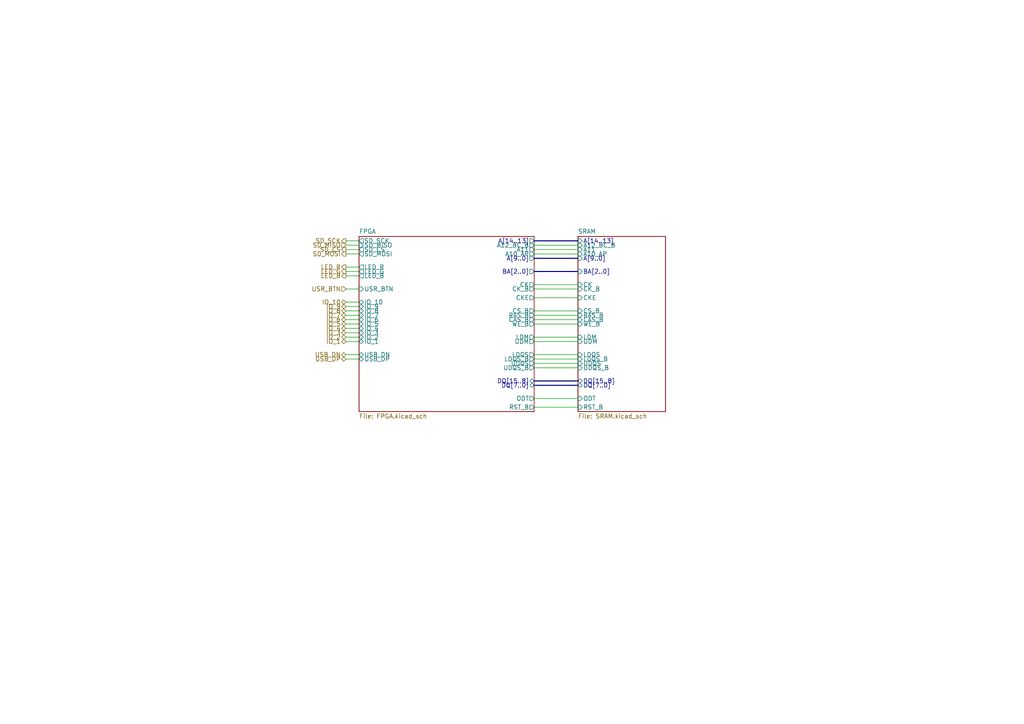
<source format=kicad_sch>
(kicad_sch
	(version 20250114)
	(generator "eeschema")
	(generator_version "9.0")
	(uuid "4352297a-e32b-4d0d-aeec-02d3edae7d1a")
	(paper "A4")
	(lib_symbols)
	(wire
		(pts
			(xy 154.94 83.82) (xy 167.64 83.82)
		)
		(stroke
			(width 0)
			(type default)
		)
		(uuid "03356519-9c03-426f-8de5-7bcdf640c3b2")
	)
	(wire
		(pts
			(xy 154.94 105.41) (xy 167.64 105.41)
		)
		(stroke
			(width 0)
			(type default)
		)
		(uuid "0a525378-ac94-4f66-a9e4-a36ce3c9af12")
	)
	(wire
		(pts
			(xy 154.94 97.79) (xy 167.64 97.79)
		)
		(stroke
			(width 0)
			(type default)
		)
		(uuid "1ccbd36f-0413-4e54-b32e-7c54257bf17d")
	)
	(wire
		(pts
			(xy 154.94 115.57) (xy 167.64 115.57)
		)
		(stroke
			(width 0)
			(type default)
		)
		(uuid "1cf12289-ee77-4be8-97c3-b73d2a88a46c")
	)
	(wire
		(pts
			(xy 100.33 80.01) (xy 104.14 80.01)
		)
		(stroke
			(width 0)
			(type default)
		)
		(uuid "251fb74a-e0c5-44e9-96a2-fd13ec306d69")
	)
	(wire
		(pts
			(xy 100.33 69.85) (xy 104.14 69.85)
		)
		(stroke
			(width 0)
			(type default)
		)
		(uuid "2736f26c-2d82-45a2-b46c-e66cd0d0e9c5")
	)
	(wire
		(pts
			(xy 154.94 72.39) (xy 167.64 72.39)
		)
		(stroke
			(width 0)
			(type default)
		)
		(uuid "401aae58-7b01-46f7-829a-ad1c1e819df7")
	)
	(wire
		(pts
			(xy 154.94 99.06) (xy 167.64 99.06)
		)
		(stroke
			(width 0)
			(type default)
		)
		(uuid "40e0d9f6-d23f-40e7-872a-f7103d90f807")
	)
	(wire
		(pts
			(xy 100.33 77.47) (xy 104.14 77.47)
		)
		(stroke
			(width 0)
			(type default)
		)
		(uuid "42bff415-6629-4914-81bb-a6e4651cedd8")
	)
	(wire
		(pts
			(xy 154.94 102.87) (xy 167.64 102.87)
		)
		(stroke
			(width 0)
			(type default)
		)
		(uuid "43978998-98f2-41e8-849f-b338fe24d148")
	)
	(wire
		(pts
			(xy 100.33 88.9) (xy 104.14 88.9)
		)
		(stroke
			(width 0)
			(type default)
		)
		(uuid "49c99f07-894e-49b0-ac90-06e0e867430e")
	)
	(wire
		(pts
			(xy 100.33 73.66) (xy 104.14 73.66)
		)
		(stroke
			(width 0)
			(type default)
		)
		(uuid "4b6b1b12-66b9-4fa6-b433-708fc90777c5")
	)
	(wire
		(pts
			(xy 154.94 86.36) (xy 167.64 86.36)
		)
		(stroke
			(width 0)
			(type default)
		)
		(uuid "53977053-512b-47f1-96fd-e7b582ac47df")
	)
	(wire
		(pts
			(xy 154.94 104.14) (xy 167.64 104.14)
		)
		(stroke
			(width 0)
			(type default)
		)
		(uuid "54935d9c-aa79-45fb-9812-ce8e04f44e14")
	)
	(bus
		(pts
			(xy 154.94 78.74) (xy 167.64 78.74)
		)
		(stroke
			(width 0)
			(type default)
		)
		(uuid "56342d4a-d75c-496d-adaf-477117a5f3c1")
	)
	(bus
		(pts
			(xy 154.94 110.49) (xy 167.64 110.49)
		)
		(stroke
			(width 0)
			(type default)
		)
		(uuid "5bc84b6d-4500-43bc-9576-3e02d4974b49")
	)
	(bus
		(pts
			(xy 154.94 111.76) (xy 167.64 111.76)
		)
		(stroke
			(width 0)
			(type default)
		)
		(uuid "5bff621d-7b9c-4b7d-b303-cb365e00a4a2")
	)
	(wire
		(pts
			(xy 100.33 93.98) (xy 104.14 93.98)
		)
		(stroke
			(width 0)
			(type default)
		)
		(uuid "62d2fb88-ad21-4f9a-968a-8d1e4c99ab0a")
	)
	(bus
		(pts
			(xy 154.94 74.93) (xy 167.64 74.93)
		)
		(stroke
			(width 0)
			(type default)
		)
		(uuid "6d1c0c21-041f-4181-b891-2a5fd92af489")
	)
	(wire
		(pts
			(xy 100.33 104.14) (xy 104.14 104.14)
		)
		(stroke
			(width 0)
			(type default)
		)
		(uuid "71de44a7-2381-44cc-9970-609a311b6e96")
	)
	(wire
		(pts
			(xy 100.33 97.79) (xy 104.14 97.79)
		)
		(stroke
			(width 0)
			(type default)
		)
		(uuid "7bd617c5-12a3-4287-a719-3e06603ec299")
	)
	(wire
		(pts
			(xy 154.94 91.44) (xy 167.64 91.44)
		)
		(stroke
			(width 0)
			(type default)
		)
		(uuid "7d7d5bc7-bba4-429f-92e5-f8927e49f8a9")
	)
	(wire
		(pts
			(xy 100.33 72.39) (xy 104.14 72.39)
		)
		(stroke
			(width 0)
			(type default)
		)
		(uuid "815de933-9ac0-4545-a2bb-186d2a6ce02c")
	)
	(wire
		(pts
			(xy 100.33 96.52) (xy 104.14 96.52)
		)
		(stroke
			(width 0)
			(type default)
		)
		(uuid "8434f48a-0298-4e7e-a487-14cc51205bcf")
	)
	(bus
		(pts
			(xy 154.94 69.85) (xy 167.64 69.85)
		)
		(stroke
			(width 0)
			(type default)
		)
		(uuid "893d9193-aa3f-4e00-bc54-693905d67d2d")
	)
	(wire
		(pts
			(xy 100.33 99.06) (xy 104.14 99.06)
		)
		(stroke
			(width 0)
			(type default)
		)
		(uuid "90255be7-3b2b-45a6-9ae3-9e60651a33b0")
	)
	(wire
		(pts
			(xy 154.94 92.71) (xy 167.64 92.71)
		)
		(stroke
			(width 0)
			(type default)
		)
		(uuid "96e2a504-0bf9-4028-ac91-6c487c43742e")
	)
	(wire
		(pts
			(xy 154.94 71.12) (xy 167.64 71.12)
		)
		(stroke
			(width 0)
			(type default)
		)
		(uuid "9746496a-21b4-47b3-b6a4-e0dac4ba784c")
	)
	(wire
		(pts
			(xy 154.94 82.55) (xy 167.64 82.55)
		)
		(stroke
			(width 0)
			(type default)
		)
		(uuid "9e487865-51b2-49ee-b8ec-00ce001392db")
	)
	(wire
		(pts
			(xy 154.94 73.66) (xy 167.64 73.66)
		)
		(stroke
			(width 0)
			(type default)
		)
		(uuid "ae60edb1-56fe-477d-8e87-be9fdc656a91")
	)
	(wire
		(pts
			(xy 154.94 93.98) (xy 167.64 93.98)
		)
		(stroke
			(width 0)
			(type default)
		)
		(uuid "bf870070-888e-419b-b632-1e5ee060851c")
	)
	(wire
		(pts
			(xy 100.33 102.87) (xy 104.14 102.87)
		)
		(stroke
			(width 0)
			(type default)
		)
		(uuid "ce4f41a9-b339-4e61-be29-908bc5f26cbd")
	)
	(wire
		(pts
			(xy 100.33 78.74) (xy 104.14 78.74)
		)
		(stroke
			(width 0)
			(type default)
		)
		(uuid "cf811994-f002-488c-a6a9-f4f8b3b9a044")
	)
	(wire
		(pts
			(xy 154.94 106.68) (xy 167.64 106.68)
		)
		(stroke
			(width 0)
			(type default)
		)
		(uuid "d443cb97-c399-4885-b8b3-15430a1619db")
	)
	(wire
		(pts
			(xy 100.33 90.17) (xy 104.14 90.17)
		)
		(stroke
			(width 0)
			(type default)
		)
		(uuid "d6c612d8-1528-4a25-9b1f-662057436ecb")
	)
	(wire
		(pts
			(xy 154.94 90.17) (xy 167.64 90.17)
		)
		(stroke
			(width 0)
			(type default)
		)
		(uuid "dd75ce40-8e10-4c71-9d21-8ce45b01d194")
	)
	(wire
		(pts
			(xy 100.33 87.63) (xy 104.14 87.63)
		)
		(stroke
			(width 0)
			(type default)
		)
		(uuid "ea14c2fb-98b5-4aa6-a305-2321a34d4437")
	)
	(wire
		(pts
			(xy 100.33 83.82) (xy 104.14 83.82)
		)
		(stroke
			(width 0)
			(type default)
		)
		(uuid "eca7f51a-5715-4fc0-8375-526d6ef1b6fa")
	)
	(wire
		(pts
			(xy 100.33 92.71) (xy 104.14 92.71)
		)
		(stroke
			(width 0)
			(type default)
		)
		(uuid "f6b34aba-e7df-443b-8616-c139b10abeda")
	)
	(wire
		(pts
			(xy 100.33 95.25) (xy 104.14 95.25)
		)
		(stroke
			(width 0)
			(type default)
		)
		(uuid "f709cf60-c84d-4a73-a366-b0992e8a81ef")
	)
	(wire
		(pts
			(xy 100.33 91.44) (xy 104.14 91.44)
		)
		(stroke
			(width 0)
			(type default)
		)
		(uuid "faea3d2c-96d3-469a-8fdc-c6a1711307f0")
	)
	(wire
		(pts
			(xy 154.94 118.11) (xy 167.64 118.11)
		)
		(stroke
			(width 0)
			(type default)
		)
		(uuid "fcefc7d2-1fd9-4761-a801-cda75bb8491d")
	)
	(wire
		(pts
			(xy 100.33 71.12) (xy 104.14 71.12)
		)
		(stroke
			(width 0)
			(type default)
		)
		(uuid "fcf574a9-14b5-4963-aa0a-2d24a54400e2")
	)
	(hierarchical_label "LED_B"
		(shape output)
		(at 100.33 80.01 180)
		(effects
			(font
				(size 1.27 1.27)
			)
			(justify right)
		)
		(uuid "02ce3184-12d3-4c0b-8757-c8cb8f79ca79")
	)
	(hierarchical_label "USR_BTN"
		(shape input)
		(at 100.33 83.82 180)
		(effects
			(font
				(size 1.27 1.27)
			)
			(justify right)
		)
		(uuid "0c930c4f-3f1a-4798-be68-704437964705")
	)
	(hierarchical_label "IO_1"
		(shape bidirectional)
		(at 100.33 99.06 180)
		(effects
			(font
				(size 1.27 1.27)
			)
			(justify right)
		)
		(uuid "0eb907ae-80c0-432a-8fb2-99c15866b12a")
	)
	(hierarchical_label "SD_CS"
		(shape output)
		(at 100.33 72.39 180)
		(effects
			(font
				(size 1.27 1.27)
			)
			(justify right)
		)
		(uuid "1aa35ffe-e176-496b-90f9-9f01c22a73e2")
	)
	(hierarchical_label "IO_10"
		(shape bidirectional)
		(at 100.33 87.63 180)
		(effects
			(font
				(size 1.27 1.27)
			)
			(justify right)
		)
		(uuid "1c91f08f-0f24-4f9f-ac16-4641fd421961")
	)
	(hierarchical_label "IO_2"
		(shape bidirectional)
		(at 100.33 97.79 180)
		(effects
			(font
				(size 1.27 1.27)
			)
			(justify right)
		)
		(uuid "1eb830a6-5785-4e39-9707-0d862135c6f4")
	)
	(hierarchical_label "SD_MOSI"
		(shape output)
		(at 100.33 73.66 180)
		(effects
			(font
				(size 1.27 1.27)
			)
			(justify right)
		)
		(uuid "2014beb5-5765-4b3e-94d2-06b92ba60e2a")
	)
	(hierarchical_label "IO_7"
		(shape bidirectional)
		(at 100.33 91.44 180)
		(effects
			(font
				(size 1.27 1.27)
			)
			(justify right)
		)
		(uuid "2d6ab1c8-f357-4833-b5ba-578771101201")
	)
	(hierarchical_label "LED_R"
		(shape output)
		(at 100.33 77.47 180)
		(effects
			(font
				(size 1.27 1.27)
			)
			(justify right)
		)
		(uuid "40bb6364-e90f-4013-bedc-6a86bbd3ff27")
	)
	(hierarchical_label "SD_SCK"
		(shape output)
		(at 100.33 69.85 180)
		(effects
			(font
				(size 1.27 1.27)
			)
			(justify right)
		)
		(uuid "4b5b3e9a-03ee-4c09-91dc-78d160cc3664")
	)
	(hierarchical_label "IO_9"
		(shape bidirectional)
		(at 100.33 88.9 180)
		(effects
			(font
				(size 1.27 1.27)
			)
			(justify right)
		)
		(uuid "5ff858c8-15b0-462e-b66f-8cd1d1d0fd8a")
	)
	(hierarchical_label "IO_8"
		(shape bidirectional)
		(at 100.33 90.17 180)
		(effects
			(font
				(size 1.27 1.27)
			)
			(justify right)
		)
		(uuid "6124b59f-682a-48dc-b684-242e3d22ff7e")
	)
	(hierarchical_label "USB_DN"
		(shape bidirectional)
		(at 100.33 102.87 180)
		(effects
			(font
				(size 1.27 1.27)
			)
			(justify right)
		)
		(uuid "66110213-7dec-4403-95d2-52dcd56bd6a1")
	)
	(hierarchical_label "IO_4"
		(shape bidirectional)
		(at 100.33 95.25 180)
		(effects
			(font
				(size 1.27 1.27)
			)
			(justify right)
		)
		(uuid "6ee6f46f-5678-4dcb-bd1a-7c74800566e1")
	)
	(hierarchical_label "SD_MISO"
		(shape input)
		(at 100.33 71.12 180)
		(effects
			(font
				(size 1.27 1.27)
			)
			(justify right)
		)
		(uuid "9c4a403c-b260-4d24-8f1c-8325798f81c4")
	)
	(hierarchical_label "IO_5"
		(shape bidirectional)
		(at 100.33 93.98 180)
		(effects
			(font
				(size 1.27 1.27)
			)
			(justify right)
		)
		(uuid "9c803cea-c7a3-41b4-bce6-837a4c33d094")
	)
	(hierarchical_label "IO_3"
		(shape bidirectional)
		(at 100.33 96.52 180)
		(effects
			(font
				(size 1.27 1.27)
			)
			(justify right)
		)
		(uuid "c47d0cdf-536e-4446-9e4b-6d16e8bf94db")
	)
	(hierarchical_label "LED_G"
		(shape output)
		(at 100.33 78.74 180)
		(effects
			(font
				(size 1.27 1.27)
			)
			(justify right)
		)
		(uuid "ce8042e3-25ec-482d-a84a-172ab2123db7")
	)
	(hierarchical_label "IO_6"
		(shape bidirectional)
		(at 100.33 92.71 180)
		(effects
			(font
				(size 1.27 1.27)
			)
			(justify right)
		)
		(uuid "d5d670f8-52e8-42f9-8ee2-1d57e70e3a7d")
	)
	(hierarchical_label "USB_DP"
		(shape bidirectional)
		(at 100.33 104.14 180)
		(effects
			(font
				(size 1.27 1.27)
			)
			(justify right)
		)
		(uuid "fad91cc6-e8a7-4862-9dd6-24ab2651a7ec")
	)
	(sheet
		(at 104.14 68.58)
		(size 50.8 50.8)
		(exclude_from_sim no)
		(in_bom yes)
		(on_board yes)
		(dnp no)
		(fields_autoplaced yes)
		(stroke
			(width 0.1524)
			(type solid)
		)
		(fill
			(color 0 0 0 0.0000)
		)
		(uuid "45951699-7d91-42f2-85db-3c9973456bfb")
		(property "Sheetname" "FPGA"
			(at 104.14 67.8684 0)
			(effects
				(font
					(size 1.27 1.27)
				)
				(justify left bottom)
			)
		)
		(property "Sheetfile" "FPGA.kicad_sch"
			(at 104.14 119.9646 0)
			(effects
				(font
					(size 1.27 1.27)
				)
				(justify left top)
			)
		)
		(pin "A10_AP" output
			(at 154.94 73.66 0)
			(uuid "2375aa0b-480c-497f-848a-e3d2d413f6c5")
			(effects
				(font
					(size 1.27 1.27)
				)
				(justify right)
			)
		)
		(pin "A11" output
			(at 154.94 72.39 0)
			(uuid "6e96396e-f658-4e74-bddb-5adb53e19ddb")
			(effects
				(font
					(size 1.27 1.27)
				)
				(justify right)
			)
		)
		(pin "A12_BC_B" output
			(at 154.94 71.12 0)
			(uuid "a6d27120-0782-4bc3-b343-4401dd9b474b")
			(effects
				(font
					(size 1.27 1.27)
				)
				(justify right)
			)
		)
		(pin "A[14..13]" output
			(at 154.94 69.85 0)
			(uuid "6f43edd6-e9c5-462b-8ec4-1e02d7a6b793")
			(effects
				(font
					(size 1.27 1.27)
				)
				(justify right)
			)
		)
		(pin "BA[2..0]" output
			(at 154.94 78.74 0)
			(uuid "a5e19671-b7d9-48e5-966a-4c3d60902cde")
			(effects
				(font
					(size 1.27 1.27)
				)
				(justify right)
			)
		)
		(pin "A[9..0]" output
			(at 154.94 74.93 0)
			(uuid "fcf24cc4-ddf2-4a77-9e0c-ce07f979e636")
			(effects
				(font
					(size 1.27 1.27)
				)
				(justify right)
			)
		)
		(pin "WE_B" output
			(at 154.94 93.98 0)
			(uuid "a7b7d62c-db6b-47fd-803c-b039cc18e558")
			(effects
				(font
					(size 1.27 1.27)
				)
				(justify right)
			)
		)
		(pin "RAS_B" output
			(at 154.94 91.44 0)
			(uuid "dc8c480c-1725-4105-ab1a-3af2f0d10c44")
			(effects
				(font
					(size 1.27 1.27)
				)
				(justify right)
			)
		)
		(pin "CAS_B" output
			(at 154.94 92.71 0)
			(uuid "e09e04b5-fa30-4d3c-b36e-2573008fb5b5")
			(effects
				(font
					(size 1.27 1.27)
				)
				(justify right)
			)
		)
		(pin "CS_B" output
			(at 154.94 90.17 0)
			(uuid "4cc125ab-a1ed-4972-8a12-2567b2d0fc4d")
			(effects
				(font
					(size 1.27 1.27)
				)
				(justify right)
			)
		)
		(pin "CK" output
			(at 154.94 82.55 0)
			(uuid "f999b773-599a-4d9f-8ae7-9846ab1c4f1c")
			(effects
				(font
					(size 1.27 1.27)
				)
				(justify right)
			)
		)
		(pin "CK_B" output
			(at 154.94 83.82 0)
			(uuid "81b4aac4-163f-46f1-bef1-5499e25768c3")
			(effects
				(font
					(size 1.27 1.27)
				)
				(justify right)
			)
		)
		(pin "RST_B" output
			(at 154.94 118.11 0)
			(uuid "d7da3cf3-413c-4cde-9880-46e05b176c48")
			(effects
				(font
					(size 1.27 1.27)
				)
				(justify right)
			)
		)
		(pin "DQ[15..8]" bidirectional
			(at 154.94 110.49 0)
			(uuid "d6ca27f8-f597-4ba1-9c13-fd27177b730f")
			(effects
				(font
					(size 1.27 1.27)
				)
				(justify right)
			)
		)
		(pin "DQ[7..0]" bidirectional
			(at 154.94 111.76 0)
			(uuid "daa93b8c-5572-4785-8f07-e383376db9c7")
			(effects
				(font
					(size 1.27 1.27)
				)
				(justify right)
			)
		)
		(pin "UDQS" output
			(at 154.94 105.41 0)
			(uuid "c0d901a2-2f96-44b3-a6ff-2390860bdd5d")
			(effects
				(font
					(size 1.27 1.27)
				)
				(justify right)
			)
		)
		(pin "CKE" output
			(at 154.94 86.36 0)
			(uuid "545888c7-328a-441f-871b-d49804f9120c")
			(effects
				(font
					(size 1.27 1.27)
				)
				(justify right)
			)
		)
		(pin "LDM" output
			(at 154.94 97.79 0)
			(uuid "8aa09f52-9ffd-4bc6-baaf-e15e87a8fe26")
			(effects
				(font
					(size 1.27 1.27)
				)
				(justify right)
			)
		)
		(pin "ODT" output
			(at 154.94 115.57 0)
			(uuid "ac7339bf-90e3-451f-af6c-49450a261d37")
			(effects
				(font
					(size 1.27 1.27)
				)
				(justify right)
			)
		)
		(pin "UDQS_B" output
			(at 154.94 106.68 0)
			(uuid "1735b8b9-99a3-43b8-b489-322a41897406")
			(effects
				(font
					(size 1.27 1.27)
				)
				(justify right)
			)
		)
		(pin "LDQS" output
			(at 154.94 102.87 0)
			(uuid "1f2a4761-438f-4874-91b0-bce9db2fd1d0")
			(effects
				(font
					(size 1.27 1.27)
				)
				(justify right)
			)
		)
		(pin "LDQS_B" output
			(at 154.94 104.14 0)
			(uuid "d6c764a3-4d2f-42f1-8b0d-d34f9bf28af8")
			(effects
				(font
					(size 1.27 1.27)
				)
				(justify right)
			)
		)
		(pin "UDM" output
			(at 154.94 99.06 0)
			(uuid "8c09d5a6-6f11-4547-97f8-c9b638755a98")
			(effects
				(font
					(size 1.27 1.27)
				)
				(justify right)
			)
		)
		(pin "SD_SCK" output
			(at 104.14 69.85 180)
			(uuid "1b7bb2ad-61e5-4831-aa09-1cdb1594bc0d")
			(effects
				(font
					(size 1.27 1.27)
				)
				(justify left)
			)
		)
		(pin "SD_MISO" input
			(at 104.14 71.12 180)
			(uuid "cb6d56b2-d3a0-42c8-a135-cbfde46cf7fb")
			(effects
				(font
					(size 1.27 1.27)
				)
				(justify left)
			)
		)
		(pin "SD_CS" output
			(at 104.14 72.39 180)
			(uuid "1064e943-17c2-4b72-94c8-8eca4f88e748")
			(effects
				(font
					(size 1.27 1.27)
				)
				(justify left)
			)
		)
		(pin "SD_MOSI" output
			(at 104.14 73.66 180)
			(uuid "c449c4c4-28fe-4fa3-b391-aceb6ddedb03")
			(effects
				(font
					(size 1.27 1.27)
				)
				(justify left)
			)
		)
		(pin "LED_R" output
			(at 104.14 77.47 180)
			(uuid "6dc58897-be08-45c7-a961-2a081f6839cc")
			(effects
				(font
					(size 1.27 1.27)
				)
				(justify left)
			)
		)
		(pin "LED_B" output
			(at 104.14 80.01 180)
			(uuid "deee3b8a-d204-4c81-bd97-5d158545c3b7")
			(effects
				(font
					(size 1.27 1.27)
				)
				(justify left)
			)
		)
		(pin "LED_G" output
			(at 104.14 78.74 180)
			(uuid "a6eeed8f-107f-4050-a0cf-fcb2465131ed")
			(effects
				(font
					(size 1.27 1.27)
				)
				(justify left)
			)
		)
		(pin "USR_BTN" input
			(at 104.14 83.82 180)
			(uuid "d69abee9-3734-415f-b747-7e30b096685e")
			(effects
				(font
					(size 1.27 1.27)
				)
				(justify left)
			)
		)
		(pin "IO_9" bidirectional
			(at 104.14 88.9 180)
			(uuid "acf20080-bcff-47f2-9542-488518d11aac")
			(effects
				(font
					(size 1.27 1.27)
				)
				(justify left)
			)
		)
		(pin "IO_2" bidirectional
			(at 104.14 97.79 180)
			(uuid "8149eae5-e17a-46ef-af62-4b65b5102f85")
			(effects
				(font
					(size 1.27 1.27)
				)
				(justify left)
			)
		)
		(pin "IO_8" bidirectional
			(at 104.14 90.17 180)
			(uuid "35d3d3e3-912a-4d76-8017-a2ad054e0c30")
			(effects
				(font
					(size 1.27 1.27)
				)
				(justify left)
			)
		)
		(pin "IO_1" bidirectional
			(at 104.14 99.06 180)
			(uuid "1d840a48-6ded-4856-9443-54cc9dd7c3e6")
			(effects
				(font
					(size 1.27 1.27)
				)
				(justify left)
			)
		)
		(pin "IO_3" bidirectional
			(at 104.14 96.52 180)
			(uuid "a01a18cd-0f18-4077-ad02-948534f49944")
			(effects
				(font
					(size 1.27 1.27)
				)
				(justify left)
			)
		)
		(pin "IO_4" bidirectional
			(at 104.14 95.25 180)
			(uuid "9de38bee-2deb-4a2b-afc2-59e780bec67a")
			(effects
				(font
					(size 1.27 1.27)
				)
				(justify left)
			)
		)
		(pin "IO_7" bidirectional
			(at 104.14 91.44 180)
			(uuid "cf093cbe-2bef-44cf-bad7-54d949aeb0f2")
			(effects
				(font
					(size 1.27 1.27)
				)
				(justify left)
			)
		)
		(pin "IO_5" bidirectional
			(at 104.14 93.98 180)
			(uuid "49446da1-3e21-4cfc-a048-6ac1379ff638")
			(effects
				(font
					(size 1.27 1.27)
				)
				(justify left)
			)
		)
		(pin "IO_6" bidirectional
			(at 104.14 92.71 180)
			(uuid "57d8b818-ad63-40bb-a801-432c27db574b")
			(effects
				(font
					(size 1.27 1.27)
				)
				(justify left)
			)
		)
		(pin "IO_10" bidirectional
			(at 104.14 87.63 180)
			(uuid "ea0199a9-5f13-469b-8bff-0867a453e52b")
			(effects
				(font
					(size 1.27 1.27)
				)
				(justify left)
			)
		)
		(pin "USB_DN" bidirectional
			(at 104.14 102.87 180)
			(uuid "94de9712-9405-4cae-89df-6523c954bd8f")
			(effects
				(font
					(size 1.27 1.27)
				)
				(justify left)
			)
		)
		(pin "USB_DP" bidirectional
			(at 104.14 104.14 180)
			(uuid "d98f9608-f910-4ebb-b772-b8ad01641458")
			(effects
				(font
					(size 1.27 1.27)
				)
				(justify left)
			)
		)
		(instances
			(project "sbc"
				(path "/9328a39f-e46f-4e23-a67b-f837d10a1254/ead0e1f6-3bed-4a4d-ba2e-bcbc99eccbe8"
					(page "10")
				)
			)
		)
	)
	(sheet
		(at 167.64 68.58)
		(size 25.4 50.8)
		(exclude_from_sim no)
		(in_bom yes)
		(on_board yes)
		(dnp no)
		(fields_autoplaced yes)
		(stroke
			(width 0.1524)
			(type solid)
		)
		(fill
			(color 0 0 0 0.0000)
		)
		(uuid "473a3989-8d64-4465-9744-9671bd8b9561")
		(property "Sheetname" "SRAM"
			(at 167.64 67.8684 0)
			(effects
				(font
					(size 1.27 1.27)
				)
				(justify left bottom)
			)
		)
		(property "Sheetfile" "SRAM.kicad_sch"
			(at 167.64 119.9646 0)
			(effects
				(font
					(size 1.27 1.27)
				)
				(justify left top)
			)
		)
		(pin "A10_AP" input
			(at 167.64 73.66 180)
			(uuid "971f0da1-f850-4dc4-983a-b588a6425b30")
			(effects
				(font
					(size 1.27 1.27)
				)
				(justify left)
			)
		)
		(pin "A11" input
			(at 167.64 72.39 180)
			(uuid "312d9110-f1f0-4f1c-9cd2-14a46c0b785a")
			(effects
				(font
					(size 1.27 1.27)
				)
				(justify left)
			)
		)
		(pin "A12_BC_B" input
			(at 167.64 71.12 180)
			(uuid "dda73c43-59e1-4b26-bc09-811c29f0ecbd")
			(effects
				(font
					(size 1.27 1.27)
				)
				(justify left)
			)
		)
		(pin "A[9..0]" input
			(at 167.64 74.93 180)
			(uuid "5a1fef22-c95d-466d-8820-f9790975c439")
			(effects
				(font
					(size 1.27 1.27)
				)
				(justify left)
			)
		)
		(pin "A[14..13]" input
			(at 167.64 69.85 180)
			(uuid "01b918c0-2a5e-4caa-89dc-f6939aa83107")
			(effects
				(font
					(size 1.27 1.27)
				)
				(justify left)
			)
		)
		(pin "BA[2..0]" input
			(at 167.64 78.74 180)
			(uuid "9140dd2b-b371-49af-b562-3df887c07fbb")
			(effects
				(font
					(size 1.27 1.27)
				)
				(justify left)
			)
		)
		(pin "CAS_B" input
			(at 167.64 92.71 180)
			(uuid "99ec1e60-9696-4bd4-9213-482e63ea877b")
			(effects
				(font
					(size 1.27 1.27)
				)
				(justify left)
			)
		)
		(pin "CK" input
			(at 167.64 82.55 180)
			(uuid "9967c5b3-2d5b-4870-a846-06199264ac08")
			(effects
				(font
					(size 1.27 1.27)
				)
				(justify left)
			)
		)
		(pin "CKE" input
			(at 167.64 86.36 180)
			(uuid "f7c124ca-0b68-454d-896a-3601a049cd48")
			(effects
				(font
					(size 1.27 1.27)
				)
				(justify left)
			)
		)
		(pin "CK_B" input
			(at 167.64 83.82 180)
			(uuid "84e378f0-f883-4892-89fe-ebe33353c07f")
			(effects
				(font
					(size 1.27 1.27)
				)
				(justify left)
			)
		)
		(pin "CS_B" input
			(at 167.64 90.17 180)
			(uuid "29324fbe-9258-4467-8340-2c5cb2c6672c")
			(effects
				(font
					(size 1.27 1.27)
				)
				(justify left)
			)
		)
		(pin "LDM" input
			(at 167.64 97.79 180)
			(uuid "b531367d-af42-4404-9abc-9509c6dea84f")
			(effects
				(font
					(size 1.27 1.27)
				)
				(justify left)
			)
		)
		(pin "LDQS" input
			(at 167.64 102.87 180)
			(uuid "1b977b55-566d-46b9-906b-d44b9b8cb2b0")
			(effects
				(font
					(size 1.27 1.27)
				)
				(justify left)
			)
		)
		(pin "LDQS_B" input
			(at 167.64 104.14 180)
			(uuid "e5c39eb1-e479-4aaa-9ff8-97b0e6b4f82a")
			(effects
				(font
					(size 1.27 1.27)
				)
				(justify left)
			)
		)
		(pin "ODT" input
			(at 167.64 115.57 180)
			(uuid "ce7704f0-e4fd-4843-9728-fea9992bd43e")
			(effects
				(font
					(size 1.27 1.27)
				)
				(justify left)
			)
		)
		(pin "RAS_B" input
			(at 167.64 91.44 180)
			(uuid "4b3ff623-a052-41c4-8ef0-c3fed9d1fcd2")
			(effects
				(font
					(size 1.27 1.27)
				)
				(justify left)
			)
		)
		(pin "RST_B" input
			(at 167.64 118.11 180)
			(uuid "08286965-b464-4197-949d-8e9d94e247d8")
			(effects
				(font
					(size 1.27 1.27)
				)
				(justify left)
			)
		)
		(pin "UDM" input
			(at 167.64 99.06 180)
			(uuid "89b33fe2-a5fc-48db-b88f-6ffdb616ea73")
			(effects
				(font
					(size 1.27 1.27)
				)
				(justify left)
			)
		)
		(pin "UDQS" input
			(at 167.64 105.41 180)
			(uuid "dc984bea-7c88-453f-872c-7b346b8f3919")
			(effects
				(font
					(size 1.27 1.27)
				)
				(justify left)
			)
		)
		(pin "UDQS_B" input
			(at 167.64 106.68 180)
			(uuid "2af2655e-e105-4576-93bb-6569c894959b")
			(effects
				(font
					(size 1.27 1.27)
				)
				(justify left)
			)
		)
		(pin "WE_B" input
			(at 167.64 93.98 180)
			(uuid "d15cb8d7-535f-4aac-b6e3-addffe92f642")
			(effects
				(font
					(size 1.27 1.27)
				)
				(justify left)
			)
		)
		(pin "DQ[15..8]" bidirectional
			(at 167.64 110.49 180)
			(uuid "78d823dd-2b33-4ccf-ab06-b8469bb75648")
			(effects
				(font
					(size 1.27 1.27)
				)
				(justify left)
			)
		)
		(pin "DQ[7..0]" bidirectional
			(at 167.64 111.76 180)
			(uuid "4027e449-ea99-47c0-8b94-d11995125c39")
			(effects
				(font
					(size 1.27 1.27)
				)
				(justify left)
			)
		)
		(instances
			(project "sbc"
				(path "/9328a39f-e46f-4e23-a67b-f837d10a1254/ead0e1f6-3bed-4a4d-ba2e-bcbc99eccbe8"
					(page "9")
				)
			)
		)
	)
)

</source>
